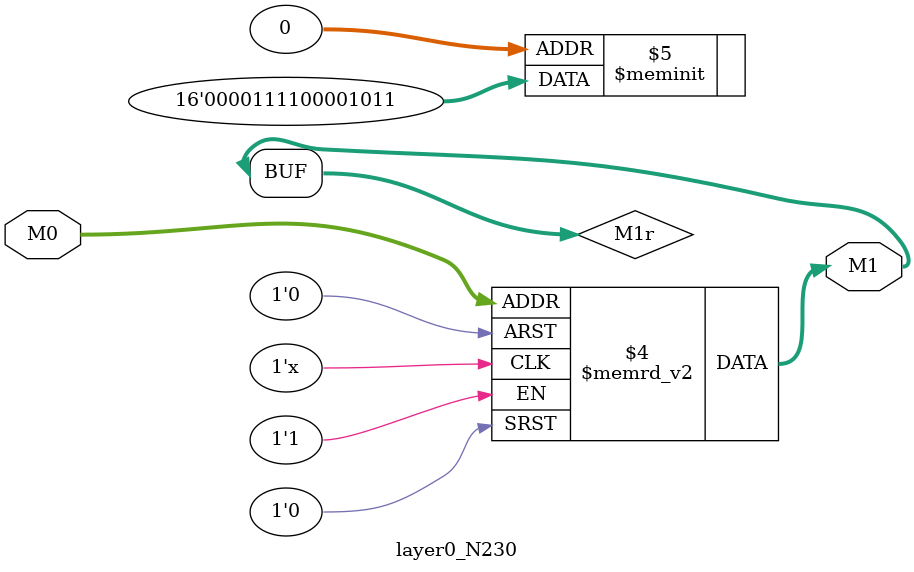
<source format=v>
module layer0_N230 ( input [2:0] M0, output [1:0] M1 );

	(*rom_style = "distributed" *) reg [1:0] M1r;
	assign M1 = M1r;
	always @ (M0) begin
		case (M0)
			3'b000: M1r = 2'b11;
			3'b100: M1r = 2'b11;
			3'b010: M1r = 2'b00;
			3'b110: M1r = 2'b00;
			3'b001: M1r = 2'b10;
			3'b101: M1r = 2'b11;
			3'b011: M1r = 2'b00;
			3'b111: M1r = 2'b00;

		endcase
	end
endmodule

</source>
